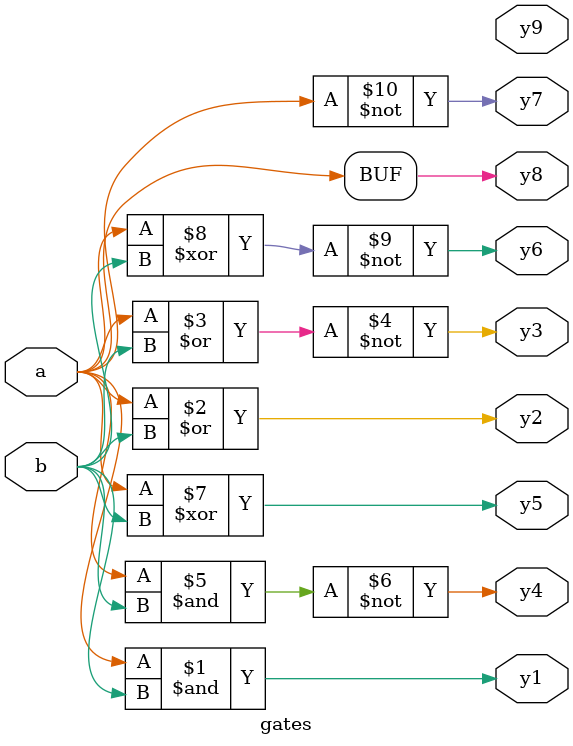
<source format=v>
	
module gates(input a,b, output y1,y2,y3,y4,y5,y6,y7,y8,y9);
		//AND gate primitive
	and a1(y1,a,b);
		//OR gate primitive
	or a2(y2,a,b);
		//NOR gate primitive
	nor a3(y3,a,b);
		//NAND gate primitive
	nand a4(y4,a,b);
		//XOR gate primitive
	xor a5(y5,a,b);
		//XNOR gate primitive
	xnor a6(y6,a,b);
		//NOT gate primitive
	not a7(y7,a);
		//BUFFER gate primitive
	buf a8(y8,a);
	//end of module
endmodule

</source>
